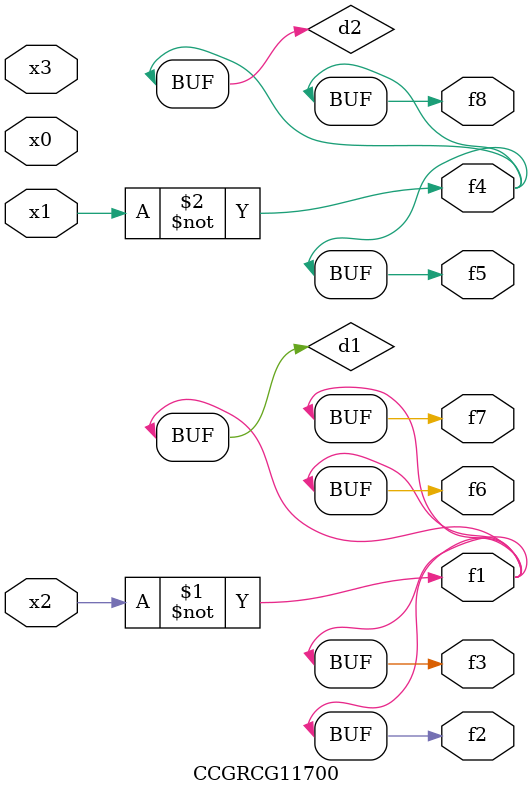
<source format=v>
module CCGRCG11700(
	input x0, x1, x2, x3,
	output f1, f2, f3, f4, f5, f6, f7, f8
);

	wire d1, d2;

	xnor (d1, x2);
	not (d2, x1);
	assign f1 = d1;
	assign f2 = d1;
	assign f3 = d1;
	assign f4 = d2;
	assign f5 = d2;
	assign f6 = d1;
	assign f7 = d1;
	assign f8 = d2;
endmodule

</source>
